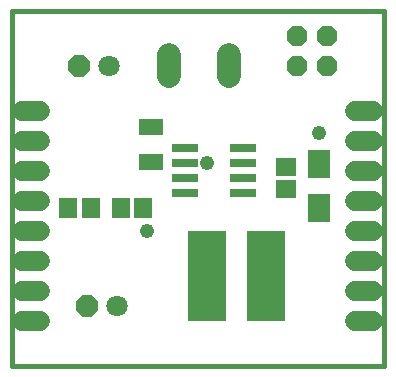
<source format=gts>
G75*
%MOIN*%
%OFA0B0*%
%FSLAX25Y25*%
%IPPOS*%
%LPD*%
%AMOC8*
5,1,8,0,0,1.08239X$1,22.5*
%
%ADD10C,0.01600*%
%ADD11C,0.06800*%
%ADD12OC8,0.07100*%
%ADD13C,0.07100*%
%ADD14R,0.07900X0.05200*%
%ADD15R,0.07200X0.09400*%
%ADD16R,0.12600X0.30300*%
%ADD17R,0.08600X0.03000*%
%ADD18R,0.05918X0.06706*%
%ADD19R,0.06706X0.05918*%
%ADD20C,0.07850*%
%ADD21OC8,0.06800*%
%ADD22C,0.04762*%
D10*
X0008250Y0001800D02*
X0008250Y0119910D01*
X0132266Y0119910D01*
X0132266Y0001800D01*
X0008250Y0001800D01*
D11*
X0011500Y0016800D02*
X0017500Y0016800D01*
X0017500Y0026800D02*
X0011500Y0026800D01*
X0011500Y0036800D02*
X0017500Y0036800D01*
X0017500Y0046800D02*
X0011500Y0046800D01*
X0011500Y0056800D02*
X0017500Y0056800D01*
X0017500Y0066800D02*
X0011500Y0066800D01*
X0011500Y0076800D02*
X0017500Y0076800D01*
X0017500Y0086800D02*
X0011500Y0086800D01*
X0122750Y0086800D02*
X0128750Y0086800D01*
X0128750Y0076800D02*
X0122750Y0076800D01*
X0122750Y0066800D02*
X0128750Y0066800D01*
X0128750Y0056800D02*
X0122750Y0056800D01*
X0122750Y0046800D02*
X0128750Y0046800D01*
X0128750Y0036800D02*
X0122750Y0036800D01*
X0122750Y0026800D02*
X0128750Y0026800D01*
X0128750Y0016800D02*
X0122750Y0016800D01*
D12*
X0033250Y0021800D03*
X0030750Y0101800D03*
D13*
X0040750Y0101800D03*
X0043250Y0021800D03*
D14*
X0054500Y0069650D03*
X0054500Y0081450D03*
D15*
X0110750Y0069100D03*
X0110750Y0054500D03*
D16*
X0093100Y0031800D03*
X0073400Y0031800D03*
D17*
X0066050Y0059300D03*
X0066050Y0064300D03*
X0066050Y0069300D03*
X0066050Y0074300D03*
X0085450Y0074300D03*
X0085450Y0069300D03*
X0085450Y0064300D03*
X0085450Y0059300D03*
D18*
X0051990Y0054300D03*
X0044510Y0054300D03*
X0034490Y0054300D03*
X0027010Y0054300D03*
D19*
X0099500Y0060560D03*
X0099500Y0068040D03*
D20*
X0080750Y0098275D02*
X0080750Y0105325D01*
X0060750Y0105325D02*
X0060750Y0098275D01*
D21*
X0103250Y0101800D03*
X0113250Y0101800D03*
X0113250Y0111800D03*
X0103250Y0111800D03*
D22*
X0110750Y0079300D03*
X0073250Y0069300D03*
X0053250Y0046800D03*
M02*

</source>
